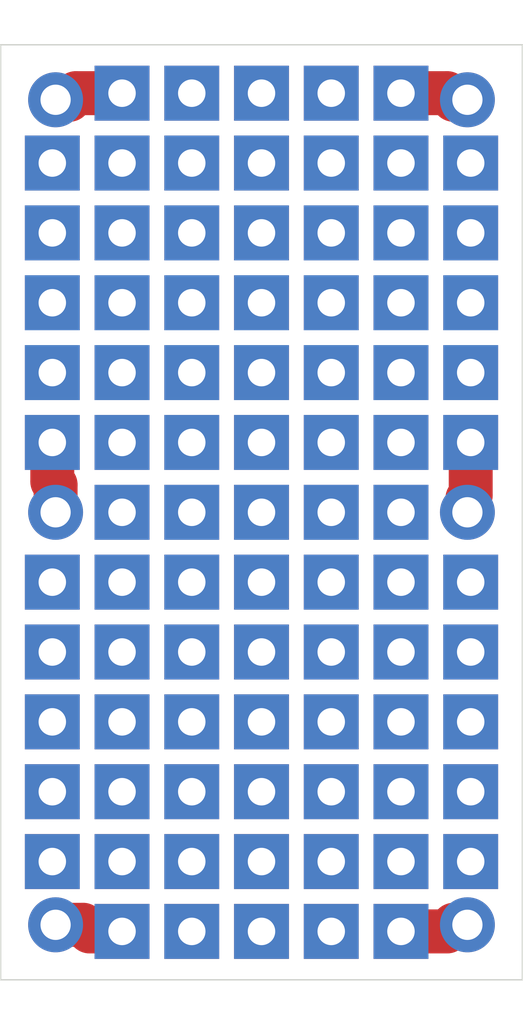
<source format=kicad_pcb>
(kicad_pcb (version 20171130) (host pcbnew 5.1.8-db9833491~87~ubuntu20.04.1)

  (general
    (thickness 1.6)
    (drawings 4)
    (tracks 18)
    (zones 0)
    (modules 7)
    (nets 7)
  )

  (page A4)
  (layers
    (0 F.Cu signal)
    (31 B.Cu signal)
    (32 B.Adhes user)
    (33 F.Adhes user)
    (34 B.Paste user)
    (35 F.Paste user)
    (36 B.SilkS user)
    (37 F.SilkS user)
    (38 B.Mask user)
    (39 F.Mask user)
    (40 Dwgs.User user)
    (41 Cmts.User user)
    (42 Eco1.User user)
    (43 Eco2.User user)
    (44 Edge.Cuts user)
    (45 Margin user)
    (46 B.CrtYd user)
    (47 F.CrtYd user)
    (48 B.Fab user)
    (49 F.Fab user)
  )

  (setup
    (last_trace_width 1.6)
    (user_trace_width 0.2)
    (user_trace_width 0.3)
    (user_trace_width 0.4)
    (user_trace_width 0.6)
    (user_trace_width 0.8)
    (user_trace_width 1)
    (user_trace_width 1.2)
    (user_trace_width 1.4)
    (user_trace_width 1.6)
    (user_trace_width 2)
    (trace_clearance 0.2)
    (zone_clearance 0.508)
    (zone_45_only no)
    (trace_min 0.1524)
    (via_size 0.8)
    (via_drill 0.4)
    (via_min_size 0.381)
    (via_min_drill 0.254)
    (user_via 0.4 0.254)
    (user_via 0.5 0.3)
    (user_via 0.6 0.4)
    (user_via 0.8 0.6)
    (user_via 1.1 0.8)
    (user_via 1.3 1)
    (user_via 1.5 1.2)
    (user_via 1.7 1.4)
    (user_via 1.9 1.6)
    (user_via 2.5 2)
    (uvia_size 0.3)
    (uvia_drill 0.1)
    (uvias_allowed no)
    (uvia_min_size 0.2)
    (uvia_min_drill 0.1)
    (edge_width 0.05)
    (segment_width 0.2)
    (pcb_text_width 0.3)
    (pcb_text_size 1.5 1.5)
    (mod_edge_width 0.12)
    (mod_text_size 0.8 0.8)
    (mod_text_width 0.12)
    (pad_size 1.524 1.524)
    (pad_drill 0.762)
    (pad_to_mask_clearance 0.0762)
    (solder_mask_min_width 0.1016)
    (pad_to_paste_clearance_ratio -0.1)
    (aux_axis_origin 0 0)
    (visible_elements FFFFFF7F)
    (pcbplotparams
      (layerselection 0x010fc_ffffffff)
      (usegerberextensions false)
      (usegerberattributes true)
      (usegerberadvancedattributes true)
      (creategerberjobfile true)
      (excludeedgelayer true)
      (linewidth 0.100000)
      (plotframeref false)
      (viasonmask false)
      (mode 1)
      (useauxorigin false)
      (hpglpennumber 1)
      (hpglpenspeed 20)
      (hpglpendiameter 15.000000)
      (psnegative false)
      (psa4output false)
      (plotreference true)
      (plotvalue true)
      (plotinvisibletext false)
      (padsonsilk false)
      (subtractmaskfromsilk false)
      (outputformat 1)
      (mirror false)
      (drillshape 1)
      (scaleselection 1)
      (outputdirectory ""))
  )

  (net 0 "")
  (net 1 /1)
  (net 2 /2)
  (net 3 /3)
  (net 4 /4)
  (net 5 /5)
  (net 6 /6)

  (net_class Default "This is the default net class."
    (clearance 0.2)
    (trace_width 0.25)
    (via_dia 0.8)
    (via_drill 0.4)
    (uvia_dia 0.3)
    (uvia_drill 0.1)
    (add_net /1)
    (add_net /2)
    (add_net /3)
    (add_net /4)
    (add_net /5)
    (add_net /6)
  )

  (module SquantorProto:proto-TH-0245-KOSGRID-1X2-P020SQ-H010 (layer F.Cu) (tedit 5FB8FF7C) (tstamp 5FB963E8)
    (at 149.5 78)
    (descr "Komos grid 1 by 2 prototyping area")
    (tags "KOSMOS prototyping area")
    (path /5FB90396)
    (fp_text reference U1 (at 0 -17.78) (layer F.Fab)
      (effects (font (size 1 1) (thickness 0.15)))
    )
    (fp_text value KOSMOS_1x2_protoarea (at 0 17.78) (layer F.Fab)
      (effects (font (size 1 1) (thickness 0.15)))
    )
    (pad 1 thru_hole rect (at -5.08 -15.24) (size 2 2) (drill 1) (layers *.Cu *.Mask)
      (net 1 /1))
    (pad NC thru_hole rect (at -5.08 -12.7) (size 2 2) (drill 1) (layers *.Cu *.Mask))
    (pad NC thru_hole rect (at -7.62 -10.16) (size 2 2) (drill 1) (layers *.Cu *.Mask))
    (pad NC thru_hole rect (at 7.62 -5.08) (size 2 2) (drill 1) (layers *.Cu *.Mask))
    (pad 6 thru_hole rect (at 5.08 -15.24) (size 2 2) (drill 1) (layers *.Cu *.Mask)
      (net 6 /6))
    (pad NC thru_hole rect (at -2.54 -2.54) (size 2 2) (drill 1) (layers *.Cu *.Mask))
    (pad NC thru_hole rect (at 2.54 -5.08) (size 2 2) (drill 1) (layers *.Cu *.Mask))
    (pad NC thru_hole rect (at -5.08 -2.54) (size 2 2) (drill 1) (layers *.Cu *.Mask))
    (pad NC thru_hole rect (at -2.54 -12.7) (size 2 2) (drill 1) (layers *.Cu *.Mask))
    (pad NC thru_hole rect (at 0 -10.16) (size 2 2) (drill 1) (layers *.Cu *.Mask))
    (pad NC thru_hole rect (at -2.54 -10.16) (size 2 2) (drill 1) (layers *.Cu *.Mask))
    (pad NC thru_hole rect (at 0 -2.54) (size 2 2) (drill 1) (layers *.Cu *.Mask))
    (pad NC thru_hole rect (at -5.08 -10.16) (size 2 2) (drill 1) (layers *.Cu *.Mask))
    (pad NC thru_hole rect (at -5.08 0) (size 2 2) (drill 1) (layers *.Cu *.Mask))
    (pad NC thru_hole rect (at -2.54 -7.62) (size 2 2) (drill 1) (layers *.Cu *.Mask))
    (pad NC thru_hole rect (at 0 -7.62) (size 2 2) (drill 1) (layers *.Cu *.Mask))
    (pad NC thru_hole rect (at -2.54 -5.08) (size 2 2) (drill 1) (layers *.Cu *.Mask))
    (pad NC thru_hole rect (at 2.54 -7.62) (size 2 2) (drill 1) (layers *.Cu *.Mask))
    (pad NC thru_hole rect (at 5.08 -10.16) (size 2 2) (drill 1) (layers *.Cu *.Mask))
    (pad NC thru_hole rect (at 5.08 -7.62) (size 2 2) (drill 1) (layers *.Cu *.Mask))
    (pad NC thru_hole rect (at -5.08 -7.62) (size 2 2) (drill 1) (layers *.Cu *.Mask))
    (pad NC thru_hole rect (at 5.08 -5.08) (size 2 2) (drill 1) (layers *.Cu *.Mask))
    (pad NC thru_hole rect (at 2.54 -12.7) (size 2 2) (drill 1) (layers *.Cu *.Mask))
    (pad NC thru_hole rect (at 0 -5.08) (size 2 2) (drill 1) (layers *.Cu *.Mask))
    (pad NC thru_hole rect (at -7.62 -7.62) (size 2 2) (drill 1) (layers *.Cu *.Mask))
    (pad NC thru_hole rect (at 7.62 -10.16) (size 2 2) (drill 1) (layers *.Cu *.Mask))
    (pad NC thru_hole rect (at 2.54 -10.16) (size 2 2) (drill 1) (layers *.Cu *.Mask))
    (pad NC thru_hole rect (at 7.62 -7.62) (size 2 2) (drill 1) (layers *.Cu *.Mask))
    (pad NC thru_hole rect (at -2.54 -15.24) (size 2 2) (drill 1) (layers *.Cu *.Mask))
    (pad NC thru_hole rect (at 2.54 -15.24) (size 2 2) (drill 1) (layers *.Cu *.Mask))
    (pad NC thru_hole rect (at 0 -15.24) (size 2 2) (drill 1) (layers *.Cu *.Mask))
    (pad NC thru_hole rect (at 5.08 -2.54) (size 2 2) (drill 1) (layers *.Cu *.Mask))
    (pad NC thru_hole rect (at -5.08 -5.08) (size 2 2) (drill 1) (layers *.Cu *.Mask))
    (pad NC thru_hole rect (at 5.08 0) (size 2 2) (drill 1) (layers *.Cu *.Mask))
    (pad NC thru_hole rect (at 2.54 -2.54) (size 2 2) (drill 1) (layers *.Cu *.Mask))
    (pad NC thru_hole rect (at -7.62 -12.7) (size 2 2) (drill 1) (layers *.Cu *.Mask))
    (pad NC thru_hole rect (at 0 -12.7) (size 2 2) (drill 1) (layers *.Cu *.Mask))
    (pad NC thru_hole rect (at 7.62 -12.7) (size 2 2) (drill 1) (layers *.Cu *.Mask))
    (pad NC thru_hole rect (at -7.62 -5.08) (size 2 2) (drill 1) (layers *.Cu *.Mask))
    (pad NC thru_hole rect (at 5.08 -12.7) (size 2 2) (drill 1) (layers *.Cu *.Mask))
    (pad NC thru_hole rect (at -2.54 15.24) (size 2 2) (drill 1) (layers *.Cu *.Mask))
    (pad NC thru_hole rect (at 0 15.24) (size 2 2) (drill 1) (layers *.Cu *.Mask))
    (pad 4 thru_hole rect (at 5.08 15.24) (size 2 2) (drill 1) (layers *.Cu *.Mask)
      (net 4 /4))
    (pad 3 thru_hole rect (at -5.08 15.24) (size 2 2) (drill 1) (layers *.Cu *.Mask)
      (net 3 /3))
    (pad NC thru_hole rect (at 2.54 15.24) (size 2 2) (drill 1) (layers *.Cu *.Mask))
    (pad NC thru_hole rect (at -7.62 10.16) (size 2 2) (drill 1) (layers *.Cu *.Mask))
    (pad NC thru_hole rect (at 2.54 12.7) (size 2 2) (drill 1) (layers *.Cu *.Mask))
    (pad NC thru_hole rect (at 5.08 10.16) (size 2 2) (drill 1) (layers *.Cu *.Mask))
    (pad NC thru_hole rect (at -2.54 10.16) (size 2 2) (drill 1) (layers *.Cu *.Mask))
    (pad NC thru_hole rect (at 0 12.7) (size 2 2) (drill 1) (layers *.Cu *.Mask))
    (pad NC thru_hole rect (at -5.08 10.16) (size 2 2) (drill 1) (layers *.Cu *.Mask))
    (pad NC thru_hole rect (at -5.08 12.7) (size 2 2) (drill 1) (layers *.Cu *.Mask))
    (pad NC thru_hole rect (at -7.62 12.7) (size 2 2) (drill 1) (layers *.Cu *.Mask))
    (pad NC thru_hole rect (at -2.54 12.7) (size 2 2) (drill 1) (layers *.Cu *.Mask))
    (pad NC thru_hole rect (at 0 10.16) (size 2 2) (drill 1) (layers *.Cu *.Mask))
    (pad NC thru_hole rect (at 7.62 10.16) (size 2 2) (drill 1) (layers *.Cu *.Mask))
    (pad NC thru_hole rect (at 2.54 10.16) (size 2 2) (drill 1) (layers *.Cu *.Mask))
    (pad NC thru_hole rect (at 7.62 12.7) (size 2 2) (drill 1) (layers *.Cu *.Mask))
    (pad NC thru_hole rect (at 5.08 12.7) (size 2 2) (drill 1) (layers *.Cu *.Mask))
    (pad NC thru_hole rect (at -7.62 2.54) (size 2 2) (drill 1) (layers *.Cu *.Mask))
    (pad NC thru_hole rect (at -2.54 2.54) (size 2 2) (drill 1) (layers *.Cu *.Mask))
    (pad NC thru_hole rect (at 0 0) (size 2 2) (drill 1) (layers *.Cu *.Mask))
    (pad NC thru_hole rect (at -5.08 2.54) (size 2 2) (drill 1) (layers *.Cu *.Mask))
    (pad 2 thru_hole rect (at -7.62 -2.54) (size 2 2) (drill 1) (layers *.Cu *.Mask)
      (net 2 /2))
    (pad NC thru_hole rect (at 2.54 0) (size 2 2) (drill 1) (layers *.Cu *.Mask))
    (pad NC thru_hole rect (at -2.54 0) (size 2 2) (drill 1) (layers *.Cu *.Mask))
    (pad NC thru_hole rect (at 2.54 2.54) (size 2 2) (drill 1) (layers *.Cu *.Mask))
    (pad NC thru_hole rect (at 0 2.54) (size 2 2) (drill 1) (layers *.Cu *.Mask))
    (pad NC thru_hole rect (at 7.62 2.54) (size 2 2) (drill 1) (layers *.Cu *.Mask))
    (pad 5 thru_hole rect (at 7.62 -2.54) (size 2 2) (drill 1) (layers *.Cu *.Mask)
      (net 5 /5))
    (pad NC thru_hole rect (at 5.08 2.54) (size 2 2) (drill 1) (layers *.Cu *.Mask))
    (pad NC thru_hole rect (at -7.62 5.08) (size 2 2) (drill 1) (layers *.Cu *.Mask))
    (pad NC thru_hole rect (at -7.62 7.62) (size 2 2) (drill 1) (layers *.Cu *.Mask))
    (pad NC thru_hole rect (at -5.08 5.08) (size 2 2) (drill 1) (layers *.Cu *.Mask))
    (pad NC thru_hole rect (at -5.08 7.62) (size 2 2) (drill 1) (layers *.Cu *.Mask))
    (pad NC thru_hole rect (at 7.62 5.08) (size 2 2) (drill 1) (layers *.Cu *.Mask))
    (pad NC thru_hole rect (at 7.62 7.62) (size 2 2) (drill 1) (layers *.Cu *.Mask))
    (pad NC thru_hole rect (at 2.54 5.08) (size 2 2) (drill 1) (layers *.Cu *.Mask))
    (pad NC thru_hole rect (at 5.08 7.62) (size 2 2) (drill 1) (layers *.Cu *.Mask))
    (pad NC thru_hole rect (at 2.54 7.62) (size 2 2) (drill 1) (layers *.Cu *.Mask))
    (pad NC thru_hole rect (at 5.08 5.08) (size 2 2) (drill 1) (layers *.Cu *.Mask))
    (pad NC thru_hole rect (at 0 5.08) (size 2 2) (drill 1) (layers *.Cu *.Mask))
    (pad NC thru_hole rect (at -2.54 5.08) (size 2 2) (drill 1) (layers *.Cu *.Mask))
    (pad NC thru_hole rect (at -2.54 7.62) (size 2 2) (drill 1) (layers *.Cu *.Mask))
    (pad NC thru_hole rect (at 0 7.62) (size 2 2) (drill 1) (layers *.Cu *.Mask))
  )

  (module mill-max:PC_pin_nail_head_6092 locked (layer F.Cu) (tedit 5FB583BD) (tstamp 5FB6EAD7)
    (at 157 63)
    (path /5FB6F255)
    (fp_text reference J6 (at -2 2) (layer F.Fab)
      (effects (font (size 1 1) (thickness 0.15)))
    )
    (fp_text value 6 (at -2 2) (layer F.Fab)
      (effects (font (size 1 1) (thickness 0.15)))
    )
    (fp_circle (center 0 0) (end 1.3 0) (layer F.CrtYd) (width 0.025))
    (fp_circle (center 0 0) (end 1.3 0) (layer B.CrtYd) (width 0.025))
    (pad 1 thru_hole circle (at 0 0) (size 2 2) (drill 1.1) (layers *.Cu *.Mask)
      (net 6 /6))
  )

  (module mill-max:PC_pin_nail_head_6092 locked (layer F.Cu) (tedit 5FB583BD) (tstamp 5FB6EAD0)
    (at 157 78)
    (path /5FB6ECA4)
    (fp_text reference J5 (at -3 0) (layer F.Fab)
      (effects (font (size 1 1) (thickness 0.15)))
    )
    (fp_text value 5 (at -3 0) (layer F.Fab)
      (effects (font (size 1 1) (thickness 0.15)))
    )
    (fp_circle (center 0 0) (end 1.3 0) (layer F.CrtYd) (width 0.025))
    (fp_circle (center 0 0) (end 1.3 0) (layer B.CrtYd) (width 0.025))
    (pad 1 thru_hole circle (at 0 0) (size 2 2) (drill 1.1) (layers *.Cu *.Mask)
      (net 5 /5))
  )

  (module mill-max:PC_pin_nail_head_6092 locked (layer F.Cu) (tedit 5FB583BD) (tstamp 5FB6EB0F)
    (at 157 93)
    (path /5FB5975F)
    (fp_text reference J4 (at -2 -2) (layer F.Fab)
      (effects (font (size 1 1) (thickness 0.15)))
    )
    (fp_text value 4 (at -2 -2) (layer F.Fab)
      (effects (font (size 1 1) (thickness 0.15)))
    )
    (fp_circle (center 0 0) (end 1.3 0) (layer B.CrtYd) (width 0.025))
    (fp_circle (center 0 0) (end 1.3 0) (layer F.CrtYd) (width 0.025))
    (pad 1 thru_hole circle (at 0 0) (size 2 2) (drill 1.1) (layers *.Cu *.Mask)
      (net 4 /4))
  )

  (module mill-max:PC_pin_nail_head_6092 locked (layer F.Cu) (tedit 5FB583BD) (tstamp 5FB5E4C2)
    (at 142 93)
    (path /5FB592C5)
    (fp_text reference J3 (at 2 -2) (layer F.Fab)
      (effects (font (size 1 1) (thickness 0.15)))
    )
    (fp_text value 3 (at 2 -2) (layer F.Fab)
      (effects (font (size 1 1) (thickness 0.15)))
    )
    (fp_circle (center 0 0) (end 1.3 0) (layer B.CrtYd) (width 0.025))
    (fp_circle (center 0 0) (end 1.3 0) (layer F.CrtYd) (width 0.025))
    (pad 1 thru_hole circle (at 0 0) (size 2 2) (drill 1.1) (layers *.Cu *.Mask)
      (net 3 /3))
  )

  (module mill-max:PC_pin_nail_head_6092 locked (layer F.Cu) (tedit 5FB583BD) (tstamp 5FB5E4BB)
    (at 142 78)
    (path /5FB58352)
    (fp_text reference J2 (at 3 0) (layer F.Fab)
      (effects (font (size 1 1) (thickness 0.15)))
    )
    (fp_text value 2 (at 3 0) (layer F.Fab)
      (effects (font (size 1 1) (thickness 0.15)))
    )
    (fp_circle (center 0 0) (end 1.3 0) (layer B.CrtYd) (width 0.025))
    (fp_circle (center 0 0) (end 1.3 0) (layer F.CrtYd) (width 0.025))
    (pad 1 thru_hole circle (at 0 0) (size 2 2) (drill 1.1) (layers *.Cu *.Mask)
      (net 2 /2))
  )

  (module mill-max:PC_pin_nail_head_6092 locked (layer F.Cu) (tedit 5FB583BD) (tstamp 5FB5E4B4)
    (at 142 63)
    (path /5FB58B49)
    (fp_text reference J1 (at 2 2) (layer F.Fab)
      (effects (font (size 1 1) (thickness 0.15)))
    )
    (fp_text value 1 (at 2 2) (layer F.Fab)
      (effects (font (size 1 1) (thickness 0.15)))
    )
    (fp_circle (center 0 0) (end 1.3 0) (layer B.CrtYd) (width 0.025))
    (fp_circle (center 0 0) (end 1.3 0) (layer F.CrtYd) (width 0.025))
    (pad 1 thru_hole circle (at 0 0) (size 2 2) (drill 1.1) (layers *.Cu *.Mask)
      (net 1 /1))
  )

  (gr_line (start 159 61) (end 140 61) (layer Edge.Cuts) (width 0.05) (tstamp 5FB5E506))
  (gr_line (start 159 61) (end 159 95) (layer Edge.Cuts) (width 0.05) (tstamp 5FB5E4FA))
  (gr_line (start 140 95) (end 159 95) (layer Edge.Cuts) (width 0.05) (tstamp 5FB5E4F5))
  (gr_line (start 140 95) (end 140 61) (layer Edge.Cuts) (width 0.05))

  (segment (start 142 63) (end 142.5 63) (width 1.6) (layer F.Cu) (net 1))
  (segment (start 142.74 62.76) (end 144.42 62.76) (width 1.6) (layer F.Cu) (net 1))
  (segment (start 142.5 63) (end 142.74 62.76) (width 1.6) (layer F.Cu) (net 1))
  (segment (start 142 78) (end 142 77) (width 1.6) (layer F.Cu) (net 2))
  (segment (start 141.88 76.88) (end 141.88 75.46) (width 1.6) (layer F.Cu) (net 2))
  (segment (start 142 77) (end 141.88 76.88) (width 1.6) (layer F.Cu) (net 2))
  (segment (start 142 93) (end 143 93) (width 1.6) (layer F.Cu) (net 3))
  (segment (start 143.24 93.24) (end 144.42 93.24) (width 1.6) (layer F.Cu) (net 3))
  (segment (start 143 93) (end 143.24 93.24) (width 1.6) (layer F.Cu) (net 3))
  (segment (start 157 93) (end 156.5 93) (width 1.6) (layer F.Cu) (net 4))
  (segment (start 156.26 93.24) (end 154.58 93.24) (width 1.6) (layer F.Cu) (net 4))
  (segment (start 156.5 93) (end 156.26 93.24) (width 1.6) (layer F.Cu) (net 4))
  (segment (start 157 78) (end 157 77.5) (width 1.6) (layer F.Cu) (net 5))
  (segment (start 157.12 77.38) (end 157.12 75.46) (width 1.6) (layer F.Cu) (net 5))
  (segment (start 157 77.5) (end 157.12 77.38) (width 1.6) (layer F.Cu) (net 5))
  (segment (start 157 63) (end 156.5 63) (width 1.6) (layer F.Cu) (net 6))
  (segment (start 156.26 62.76) (end 154.58 62.76) (width 1.6) (layer F.Cu) (net 6))
  (segment (start 156.5 63) (end 156.26 62.76) (width 1.6) (layer F.Cu) (net 6))

)

</source>
